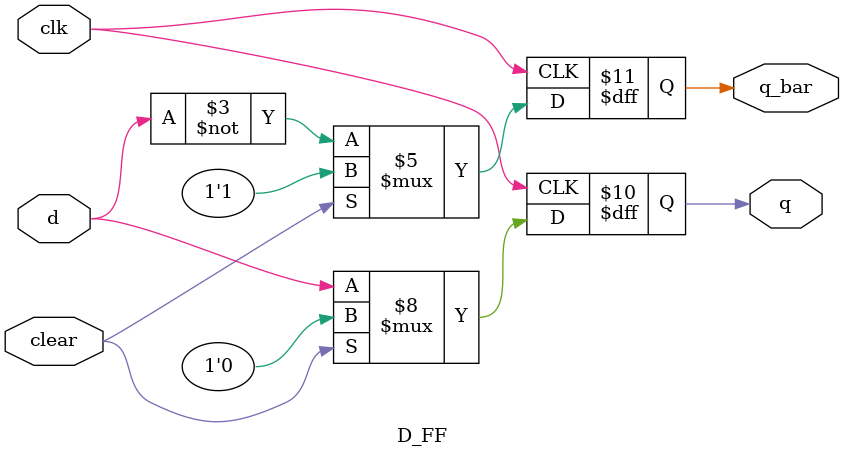
<source format=v>
module D_FF (output reg q, q_bar, input wire d, clk, clear);

always@(posedge clk) 
begin
	if(clear == 1)
	begin
		q <= 0;
		q_bar <= 1;
	end
	else 
	begin
		q <= d; 
		q_bar <= ~d; 
	end
end 

endmodule


</source>
